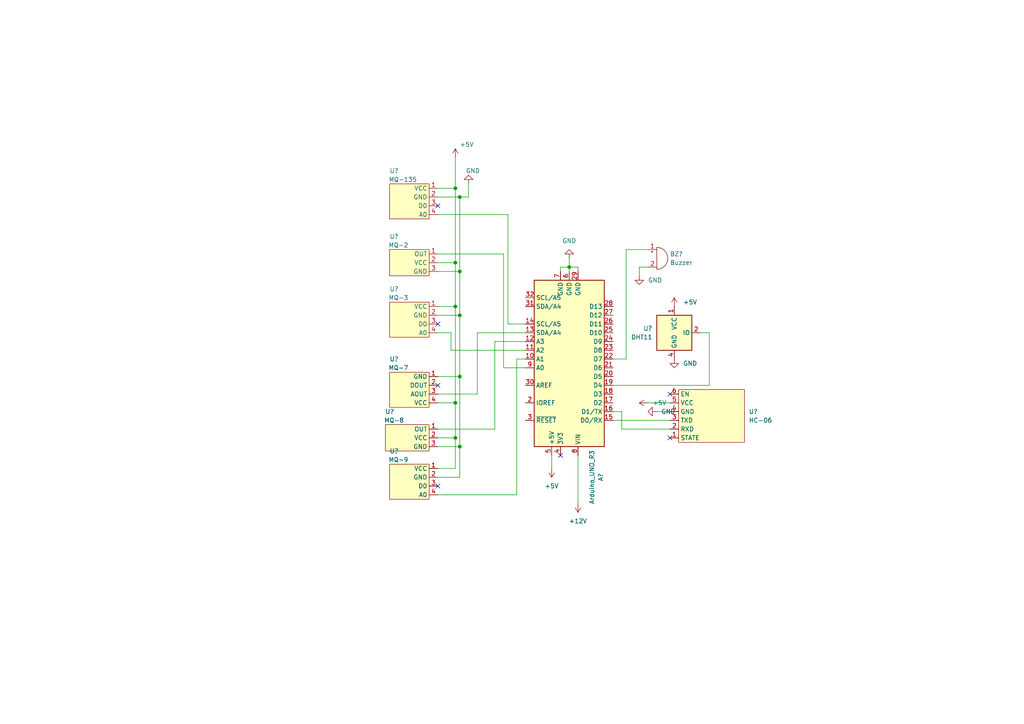
<source format=kicad_sch>
(kicad_sch (version 20211123) (generator eeschema)

  (uuid b4833916-7a3e-4498-86fb-ec6d13262ffe)

  (paper "A4")

  (lib_symbols
    (symbol "60_metra:MQ-135" (in_bom yes) (on_board yes)
      (property "Reference" "U" (id 0) (at 0 0 0)
        (effects (font (size 1.27 1.27)))
      )
      (property "Value" "MQ-135" (id 1) (at 3.81 -2.54 0)
        (effects (font (size 1.27 1.27)))
      )
      (property "Footprint" "" (id 2) (at 0 0 0)
        (effects (font (size 1.27 1.27)) hide)
      )
      (property "Datasheet" "" (id 3) (at 0 0 0)
        (effects (font (size 1.27 1.27)) hide)
      )
      (symbol "MQ-135_0_1"
        (rectangle (start 11.43 -3.81) (end 0 -13.97)
          (stroke (width 0) (type default) (color 0 0 0 0))
          (fill (type background))
        )
      )
      (symbol "MQ-135_1_1"
        (pin power_in line (at 13.97 -5.08 180) (length 2.54)
          (name "VCC" (effects (font (size 1.27 1.27))))
          (number "1" (effects (font (size 1.27 1.27))))
        )
        (pin power_in line (at 13.97 -7.62 180) (length 2.54)
          (name "GND" (effects (font (size 1.27 1.27))))
          (number "2" (effects (font (size 1.27 1.27))))
        )
        (pin power_in line (at 13.97 -10.16 180) (length 2.54)
          (name "D0" (effects (font (size 1.27 1.27))))
          (number "3" (effects (font (size 1.27 1.27))))
        )
        (pin power_in line (at 13.97 -12.7 180) (length 2.54)
          (name "A0" (effects (font (size 1.27 1.27))))
          (number "4" (effects (font (size 1.27 1.27))))
        )
      )
    )
    (symbol "60_metra:MQ-2" (in_bom yes) (on_board yes)
      (property "Reference" "U" (id 0) (at -3.81 0 0)
        (effects (font (size 1.27 1.27)))
      )
      (property "Value" "MQ-2" (id 1) (at -1.27 -2.54 0)
        (effects (font (size 1.27 1.27)))
      )
      (property "Footprint" "" (id 2) (at 0 0 0)
        (effects (font (size 1.27 1.27)) hide)
      )
      (property "Datasheet" "" (id 3) (at 0 0 0)
        (effects (font (size 1.27 1.27)) hide)
      )
      (symbol "MQ-2_0_1"
        (rectangle (start 7.62 -3.81) (end -3.81 -11.43)
          (stroke (width 0) (type default) (color 0 0 0 0))
          (fill (type background))
        )
      )
      (symbol "MQ-2_1_1"
        (pin output line (at 10.16 -5.08 180) (length 2.54)
          (name "OUT" (effects (font (size 1.27 1.27))))
          (number "1" (effects (font (size 1.27 1.27))))
        )
        (pin power_in line (at 10.16 -7.62 180) (length 2.54)
          (name "VCC" (effects (font (size 1.27 1.27))))
          (number "2" (effects (font (size 1.27 1.27))))
        )
        (pin power_in line (at 10.16 -10.16 180) (length 2.54)
          (name "GND" (effects (font (size 1.27 1.27))))
          (number "3" (effects (font (size 1.27 1.27))))
        )
      )
    )
    (symbol "60_metra:MQ-3" (in_bom yes) (on_board yes)
      (property "Reference" "U" (id 0) (at -2.54 -1.27 0)
        (effects (font (size 1.27 1.27)))
      )
      (property "Value" "MQ-3" (id 1) (at 0 -3.81 0)
        (effects (font (size 1.27 1.27)))
      )
      (property "Footprint" "" (id 2) (at 0 0 0)
        (effects (font (size 1.27 1.27)) hide)
      )
      (property "Datasheet" "" (id 3) (at 0 0 0)
        (effects (font (size 1.27 1.27)) hide)
      )
      (symbol "MQ-3_0_1"
        (rectangle (start -2.54 -5.08) (end 8.89 -15.24)
          (stroke (width 0) (type default) (color 0 0 0 0))
          (fill (type background))
        )
      )
      (symbol "MQ-3_1_1"
        (pin power_in line (at 11.43 -6.35 180) (length 2.54)
          (name "VCC" (effects (font (size 1.27 1.27))))
          (number "1" (effects (font (size 1.27 1.27))))
        )
        (pin power_in line (at 11.43 -8.89 180) (length 2.54)
          (name "GND" (effects (font (size 1.27 1.27))))
          (number "2" (effects (font (size 1.27 1.27))))
        )
        (pin output line (at 11.43 -11.43 180) (length 2.54)
          (name "D0" (effects (font (size 1.27 1.27))))
          (number "3" (effects (font (size 1.27 1.27))))
        )
        (pin output line (at 11.43 -13.97 180) (length 2.54)
          (name "A0" (effects (font (size 1.27 1.27))))
          (number "4" (effects (font (size 1.27 1.27))))
        )
      )
    )
    (symbol "60_metra:MQ-7" (in_bom yes) (on_board yes)
      (property "Reference" "U" (id 0) (at -2.54 1.27 0)
        (effects (font (size 1.27 1.27)))
      )
      (property "Value" "MQ-7" (id 1) (at 0 -1.27 0)
        (effects (font (size 1.27 1.27)))
      )
      (property "Footprint" "" (id 2) (at 0 0 0)
        (effects (font (size 1.27 1.27)) hide)
      )
      (property "Datasheet" "" (id 3) (at 0 0 0)
        (effects (font (size 1.27 1.27)) hide)
      )
      (symbol "MQ-7_0_1"
        (rectangle (start -2.54 -2.54) (end 8.89 -12.7)
          (stroke (width 0) (type default) (color 0 0 0 0))
          (fill (type background))
        )
      )
      (symbol "MQ-7_1_1"
        (pin power_in line (at 11.43 -3.81 180) (length 2.54)
          (name "GND" (effects (font (size 1.27 1.27))))
          (number "1" (effects (font (size 1.27 1.27))))
        )
        (pin output line (at 11.43 -6.35 180) (length 2.54)
          (name "DOUT" (effects (font (size 1.27 1.27))))
          (number "2" (effects (font (size 1.27 1.27))))
        )
        (pin output line (at 11.43 -8.89 180) (length 2.54)
          (name "AOUT" (effects (font (size 1.27 1.27))))
          (number "3" (effects (font (size 1.27 1.27))))
        )
        (pin power_in line (at 11.43 -11.43 180) (length 2.54)
          (name "VCC" (effects (font (size 1.27 1.27))))
          (number "4" (effects (font (size 1.27 1.27))))
        )
      )
    )
    (symbol "60_metra:MQ-8" (in_bom yes) (on_board yes)
      (property "Reference" "U" (id 0) (at 0 -1.27 0)
        (effects (font (size 1.27 1.27)))
      )
      (property "Value" "MQ-8" (id 1) (at 2.54 -3.81 0)
        (effects (font (size 1.27 1.27)))
      )
      (property "Footprint" "" (id 2) (at 0 0 0)
        (effects (font (size 1.27 1.27)) hide)
      )
      (property "Datasheet" "" (id 3) (at 0 0 0)
        (effects (font (size 1.27 1.27)) hide)
      )
      (symbol "MQ-8_0_1"
        (rectangle (start 0 -5.08) (end 12.7 -12.7)
          (stroke (width 0) (type default) (color 0 0 0 0))
          (fill (type background))
        )
        (rectangle (start 0 -3.81) (end 0 -3.81)
          (stroke (width 0) (type default) (color 0 0 0 0))
          (fill (type none))
        )
      )
      (symbol "MQ-8_1_1"
        (pin output line (at 15.24 -6.35 180) (length 2.54)
          (name "OUT" (effects (font (size 1.27 1.27))))
          (number "1" (effects (font (size 1.27 1.27))))
        )
        (pin power_in line (at 15.24 -8.89 180) (length 2.54)
          (name "VCC" (effects (font (size 1.27 1.27))))
          (number "2" (effects (font (size 1.27 1.27))))
        )
        (pin power_in line (at 15.24 -11.43 180) (length 2.54)
          (name "GND" (effects (font (size 1.27 1.27))))
          (number "3" (effects (font (size 1.27 1.27))))
        )
      )
    )
    (symbol "60_metra:MQ-9" (in_bom yes) (on_board yes)
      (property "Reference" "U" (id 0) (at -1.27 11.43 0)
        (effects (font (size 1.27 1.27)))
      )
      (property "Value" "MQ-9" (id 1) (at 1.27 8.89 0)
        (effects (font (size 1.27 1.27)))
      )
      (property "Footprint" "" (id 2) (at 5.08 6.35 0)
        (effects (font (size 1.27 1.27)) hide)
      )
      (property "Datasheet" "" (id 3) (at 5.08 6.35 0)
        (effects (font (size 1.27 1.27)) hide)
      )
      (symbol "MQ-9_0_1"
        (rectangle (start -1.27 7.62) (end 10.16 -2.54)
          (stroke (width 0) (type default) (color 0 0 0 0))
          (fill (type background))
        )
      )
      (symbol "MQ-9_1_1"
        (pin power_in line (at 12.7 6.35 180) (length 2.54)
          (name "VCC" (effects (font (size 1.27 1.27))))
          (number "1" (effects (font (size 1.27 1.27))))
        )
        (pin power_in line (at 12.7 3.81 180) (length 2.54)
          (name "GND" (effects (font (size 1.27 1.27))))
          (number "2" (effects (font (size 1.27 1.27))))
        )
        (pin output line (at 12.7 1.27 180) (length 2.54)
          (name "D0" (effects (font (size 1.27 1.27))))
          (number "3" (effects (font (size 1.27 1.27))))
        )
        (pin output line (at 12.7 -1.27 180) (length 2.54)
          (name "A0" (effects (font (size 1.27 1.27))))
          (number "4" (effects (font (size 1.27 1.27))))
        )
      )
    )
    (symbol "Device:Buzzer" (pin_names (offset 0.0254) hide) (in_bom yes) (on_board yes)
      (property "Reference" "BZ" (id 0) (at 3.81 1.27 0)
        (effects (font (size 1.27 1.27)) (justify left))
      )
      (property "Value" "Buzzer" (id 1) (at 3.81 -1.27 0)
        (effects (font (size 1.27 1.27)) (justify left))
      )
      (property "Footprint" "" (id 2) (at -0.635 2.54 90)
        (effects (font (size 1.27 1.27)) hide)
      )
      (property "Datasheet" "~" (id 3) (at -0.635 2.54 90)
        (effects (font (size 1.27 1.27)) hide)
      )
      (property "ki_keywords" "quartz resonator ceramic" (id 4) (at 0 0 0)
        (effects (font (size 1.27 1.27)) hide)
      )
      (property "ki_description" "Buzzer, polarized" (id 5) (at 0 0 0)
        (effects (font (size 1.27 1.27)) hide)
      )
      (property "ki_fp_filters" "*Buzzer*" (id 6) (at 0 0 0)
        (effects (font (size 1.27 1.27)) hide)
      )
      (symbol "Buzzer_0_1"
        (arc (start 0 -3.175) (mid 3.175 0) (end 0 3.175)
          (stroke (width 0) (type default) (color 0 0 0 0))
          (fill (type none))
        )
        (polyline
          (pts
            (xy -1.651 1.905)
            (xy -1.143 1.905)
          )
          (stroke (width 0) (type default) (color 0 0 0 0))
          (fill (type none))
        )
        (polyline
          (pts
            (xy -1.397 2.159)
            (xy -1.397 1.651)
          )
          (stroke (width 0) (type default) (color 0 0 0 0))
          (fill (type none))
        )
        (polyline
          (pts
            (xy 0 3.175)
            (xy 0 -3.175)
          )
          (stroke (width 0) (type default) (color 0 0 0 0))
          (fill (type none))
        )
      )
      (symbol "Buzzer_1_1"
        (pin passive line (at -2.54 2.54 0) (length 2.54)
          (name "-" (effects (font (size 1.27 1.27))))
          (number "1" (effects (font (size 1.27 1.27))))
        )
        (pin passive line (at -2.54 -2.54 0) (length 2.54)
          (name "+" (effects (font (size 1.27 1.27))))
          (number "2" (effects (font (size 1.27 1.27))))
        )
      )
    )
    (symbol "HC-06_1" (in_bom yes) (on_board yes)
      (property "Reference" "U" (id 0) (at -1.27 -7.62 0)
        (effects (font (size 1.27 1.27)))
      )
      (property "Value" "HC-06_1" (id 1) (at 1.27 -10.16 0)
        (effects (font (size 1.27 1.27)))
      )
      (property "Footprint" "" (id 2) (at 0 0 0)
        (effects (font (size 1.27 1.27)) hide)
      )
      (property "Datasheet" "" (id 3) (at 0 0 0)
        (effects (font (size 1.27 1.27)) hide)
      )
      (symbol "HC-06_1_0_1"
        (rectangle (start -2.54 -11.43) (end 12.7 -30.48)
          (stroke (width 0) (type default) (color 0 0 0 0))
          (fill (type background))
        )
      )
      (symbol "HC-06_1_1_1"
        (pin output line (at 11.43 -33.02 90) (length 2.54)
          (name "STATE" (effects (font (size 1.27 1.27))))
          (number "1" (effects (font (size 1.27 1.27))))
        )
        (pin input line (at 8.89 -33.02 90) (length 2.54)
          (name "RXD" (effects (font (size 1.27 1.27))))
          (number "2" (effects (font (size 1.27 1.27))))
        )
        (pin output line (at 6.35 -33.02 90) (length 2.54)
          (name "TXD" (effects (font (size 1.27 1.27))))
          (number "3" (effects (font (size 1.27 1.27))))
        )
        (pin power_in line (at 3.81 -33.02 90) (length 2.54)
          (name "GND" (effects (font (size 1.27 1.27))))
          (number "4" (effects (font (size 1.27 1.27))))
        )
        (pin power_in line (at 1.27 -33.02 90) (length 2.54)
          (name "VCC" (effects (font (size 1.27 1.27))))
          (number "5" (effects (font (size 1.27 1.27))))
        )
        (pin input line (at -1.27 -33.02 90) (length 2.54)
          (name "EN" (effects (font (size 1.27 1.27))))
          (number "6" (effects (font (size 1.27 1.27))))
        )
      )
    )
    (symbol "MCU_Module:Arduino_UNO_R3" (in_bom yes) (on_board yes)
      (property "Reference" "A" (id 0) (at -10.16 23.495 0)
        (effects (font (size 1.27 1.27)) (justify left bottom))
      )
      (property "Value" "Arduino_UNO_R3" (id 1) (at 5.08 -26.67 0)
        (effects (font (size 1.27 1.27)) (justify left top))
      )
      (property "Footprint" "Module:Arduino_UNO_R3" (id 2) (at 0 0 0)
        (effects (font (size 1.27 1.27) italic) hide)
      )
      (property "Datasheet" "https://www.arduino.cc/en/Main/arduinoBoardUno" (id 3) (at 0 0 0)
        (effects (font (size 1.27 1.27)) hide)
      )
      (property "ki_keywords" "Arduino UNO R3 Microcontroller Module Atmel AVR USB" (id 4) (at 0 0 0)
        (effects (font (size 1.27 1.27)) hide)
      )
      (property "ki_description" "Arduino UNO Microcontroller Module, release 3" (id 5) (at 0 0 0)
        (effects (font (size 1.27 1.27)) hide)
      )
      (property "ki_fp_filters" "Arduino*UNO*R3*" (id 6) (at 0 0 0)
        (effects (font (size 1.27 1.27)) hide)
      )
      (symbol "Arduino_UNO_R3_0_1"
        (rectangle (start -10.16 22.86) (end 10.16 -25.4)
          (stroke (width 0.254) (type default) (color 0 0 0 0))
          (fill (type background))
        )
      )
      (symbol "Arduino_UNO_R3_1_1"
        (pin no_connect line (at -10.16 -20.32 0) (length 2.54) hide
          (name "NC" (effects (font (size 1.27 1.27))))
          (number "1" (effects (font (size 1.27 1.27))))
        )
        (pin bidirectional line (at 12.7 -2.54 180) (length 2.54)
          (name "A1" (effects (font (size 1.27 1.27))))
          (number "10" (effects (font (size 1.27 1.27))))
        )
        (pin bidirectional line (at 12.7 -5.08 180) (length 2.54)
          (name "A2" (effects (font (size 1.27 1.27))))
          (number "11" (effects (font (size 1.27 1.27))))
        )
        (pin bidirectional line (at 12.7 -7.62 180) (length 2.54)
          (name "A3" (effects (font (size 1.27 1.27))))
          (number "12" (effects (font (size 1.27 1.27))))
        )
        (pin bidirectional line (at 12.7 -10.16 180) (length 2.54)
          (name "SDA/A4" (effects (font (size 1.27 1.27))))
          (number "13" (effects (font (size 1.27 1.27))))
        )
        (pin bidirectional line (at 12.7 -12.7 180) (length 2.54)
          (name "SCL/A5" (effects (font (size 1.27 1.27))))
          (number "14" (effects (font (size 1.27 1.27))))
        )
        (pin bidirectional line (at -12.7 15.24 0) (length 2.54)
          (name "D0/RX" (effects (font (size 1.27 1.27))))
          (number "15" (effects (font (size 1.27 1.27))))
        )
        (pin bidirectional line (at -12.7 12.7 0) (length 2.54)
          (name "D1/TX" (effects (font (size 1.27 1.27))))
          (number "16" (effects (font (size 1.27 1.27))))
        )
        (pin bidirectional line (at -12.7 10.16 0) (length 2.54)
          (name "D2" (effects (font (size 1.27 1.27))))
          (number "17" (effects (font (size 1.27 1.27))))
        )
        (pin bidirectional line (at -12.7 7.62 0) (length 2.54)
          (name "D3" (effects (font (size 1.27 1.27))))
          (number "18" (effects (font (size 1.27 1.27))))
        )
        (pin bidirectional line (at -12.7 5.08 0) (length 2.54)
          (name "D4" (effects (font (size 1.27 1.27))))
          (number "19" (effects (font (size 1.27 1.27))))
        )
        (pin output line (at 12.7 10.16 180) (length 2.54)
          (name "IOREF" (effects (font (size 1.27 1.27))))
          (number "2" (effects (font (size 1.27 1.27))))
        )
        (pin bidirectional line (at -12.7 2.54 0) (length 2.54)
          (name "D5" (effects (font (size 1.27 1.27))))
          (number "20" (effects (font (size 1.27 1.27))))
        )
        (pin bidirectional line (at -12.7 0 0) (length 2.54)
          (name "D6" (effects (font (size 1.27 1.27))))
          (number "21" (effects (font (size 1.27 1.27))))
        )
        (pin bidirectional line (at -12.7 -2.54 0) (length 2.54)
          (name "D7" (effects (font (size 1.27 1.27))))
          (number "22" (effects (font (size 1.27 1.27))))
        )
        (pin bidirectional line (at -12.7 -5.08 0) (length 2.54)
          (name "D8" (effects (font (size 1.27 1.27))))
          (number "23" (effects (font (size 1.27 1.27))))
        )
        (pin bidirectional line (at -12.7 -7.62 0) (length 2.54)
          (name "D9" (effects (font (size 1.27 1.27))))
          (number "24" (effects (font (size 1.27 1.27))))
        )
        (pin bidirectional line (at -12.7 -10.16 0) (length 2.54)
          (name "D10" (effects (font (size 1.27 1.27))))
          (number "25" (effects (font (size 1.27 1.27))))
        )
        (pin bidirectional line (at -12.7 -12.7 0) (length 2.54)
          (name "D11" (effects (font (size 1.27 1.27))))
          (number "26" (effects (font (size 1.27 1.27))))
        )
        (pin bidirectional line (at -12.7 -15.24 0) (length 2.54)
          (name "D12" (effects (font (size 1.27 1.27))))
          (number "27" (effects (font (size 1.27 1.27))))
        )
        (pin bidirectional line (at -12.7 -17.78 0) (length 2.54)
          (name "D13" (effects (font (size 1.27 1.27))))
          (number "28" (effects (font (size 1.27 1.27))))
        )
        (pin power_in line (at -2.54 -27.94 90) (length 2.54)
          (name "GND" (effects (font (size 1.27 1.27))))
          (number "29" (effects (font (size 1.27 1.27))))
        )
        (pin input line (at 12.7 15.24 180) (length 2.54)
          (name "~{RESET}" (effects (font (size 1.27 1.27))))
          (number "3" (effects (font (size 1.27 1.27))))
        )
        (pin input line (at 12.7 5.08 180) (length 2.54)
          (name "AREF" (effects (font (size 1.27 1.27))))
          (number "30" (effects (font (size 1.27 1.27))))
        )
        (pin bidirectional line (at 12.7 -17.78 180) (length 2.54)
          (name "SDA/A4" (effects (font (size 1.27 1.27))))
          (number "31" (effects (font (size 1.27 1.27))))
        )
        (pin bidirectional line (at 12.7 -20.32 180) (length 2.54)
          (name "SCL/A5" (effects (font (size 1.27 1.27))))
          (number "32" (effects (font (size 1.27 1.27))))
        )
        (pin power_out line (at 2.54 25.4 270) (length 2.54)
          (name "3V3" (effects (font (size 1.27 1.27))))
          (number "4" (effects (font (size 1.27 1.27))))
        )
        (pin power_out line (at 5.08 25.4 270) (length 2.54)
          (name "+5V" (effects (font (size 1.27 1.27))))
          (number "5" (effects (font (size 1.27 1.27))))
        )
        (pin power_in line (at 0 -27.94 90) (length 2.54)
          (name "GND" (effects (font (size 1.27 1.27))))
          (number "6" (effects (font (size 1.27 1.27))))
        )
        (pin power_in line (at 2.54 -27.94 90) (length 2.54)
          (name "GND" (effects (font (size 1.27 1.27))))
          (number "7" (effects (font (size 1.27 1.27))))
        )
        (pin power_in line (at -2.54 25.4 270) (length 2.54)
          (name "VIN" (effects (font (size 1.27 1.27))))
          (number "8" (effects (font (size 1.27 1.27))))
        )
        (pin bidirectional line (at 12.7 0 180) (length 2.54)
          (name "A0" (effects (font (size 1.27 1.27))))
          (number "9" (effects (font (size 1.27 1.27))))
        )
      )
    )
    (symbol "Sensor:DHT11" (in_bom yes) (on_board yes)
      (property "Reference" "U" (id 0) (at -3.81 6.35 0)
        (effects (font (size 1.27 1.27)))
      )
      (property "Value" "DHT11" (id 1) (at 3.81 6.35 0)
        (effects (font (size 1.27 1.27)))
      )
      (property "Footprint" "Sensor:Aosong_DHT11_5.5x12.0_P2.54mm" (id 2) (at 0 -10.16 0)
        (effects (font (size 1.27 1.27)) hide)
      )
      (property "Datasheet" "http://akizukidenshi.com/download/ds/aosong/DHT11.pdf" (id 3) (at 3.81 6.35 0)
        (effects (font (size 1.27 1.27)) hide)
      )
      (property "ki_keywords" "Digital temperature humidity sensor" (id 4) (at 0 0 0)
        (effects (font (size 1.27 1.27)) hide)
      )
      (property "ki_description" "Temperature and humidity module" (id 5) (at 0 0 0)
        (effects (font (size 1.27 1.27)) hide)
      )
      (property "ki_fp_filters" "Aosong*DHT11*5.5x12.0*P2.54mm*" (id 6) (at 0 0 0)
        (effects (font (size 1.27 1.27)) hide)
      )
      (symbol "DHT11_0_1"
        (rectangle (start -5.08 5.08) (end 5.08 -5.08)
          (stroke (width 0.254) (type default) (color 0 0 0 0))
          (fill (type background))
        )
      )
      (symbol "DHT11_1_1"
        (pin power_in line (at 0 7.62 270) (length 2.54)
          (name "VCC" (effects (font (size 1.27 1.27))))
          (number "1" (effects (font (size 1.27 1.27))))
        )
        (pin bidirectional line (at 7.62 0 180) (length 2.54)
          (name "IO" (effects (font (size 1.27 1.27))))
          (number "2" (effects (font (size 1.27 1.27))))
        )
        (pin no_connect line (at -5.08 0 0) (length 2.54) hide
          (name "NC" (effects (font (size 1.27 1.27))))
          (number "3" (effects (font (size 1.27 1.27))))
        )
        (pin power_in line (at 0 -7.62 90) (length 2.54)
          (name "GND" (effects (font (size 1.27 1.27))))
          (number "4" (effects (font (size 1.27 1.27))))
        )
      )
    )
    (symbol "power:+12V" (power) (pin_names (offset 0)) (in_bom yes) (on_board yes)
      (property "Reference" "#PWR" (id 0) (at 0 -3.81 0)
        (effects (font (size 1.27 1.27)) hide)
      )
      (property "Value" "+12V" (id 1) (at 0 3.556 0)
        (effects (font (size 1.27 1.27)))
      )
      (property "Footprint" "" (id 2) (at 0 0 0)
        (effects (font (size 1.27 1.27)) hide)
      )
      (property "Datasheet" "" (id 3) (at 0 0 0)
        (effects (font (size 1.27 1.27)) hide)
      )
      (property "ki_keywords" "power-flag" (id 4) (at 0 0 0)
        (effects (font (size 1.27 1.27)) hide)
      )
      (property "ki_description" "Power symbol creates a global label with name \"+12V\"" (id 5) (at 0 0 0)
        (effects (font (size 1.27 1.27)) hide)
      )
      (symbol "+12V_0_1"
        (polyline
          (pts
            (xy -0.762 1.27)
            (xy 0 2.54)
          )
          (stroke (width 0) (type default) (color 0 0 0 0))
          (fill (type none))
        )
        (polyline
          (pts
            (xy 0 0)
            (xy 0 2.54)
          )
          (stroke (width 0) (type default) (color 0 0 0 0))
          (fill (type none))
        )
        (polyline
          (pts
            (xy 0 2.54)
            (xy 0.762 1.27)
          )
          (stroke (width 0) (type default) (color 0 0 0 0))
          (fill (type none))
        )
      )
      (symbol "+12V_1_1"
        (pin power_in line (at 0 0 90) (length 0) hide
          (name "+12V" (effects (font (size 1.27 1.27))))
          (number "1" (effects (font (size 1.27 1.27))))
        )
      )
    )
    (symbol "power:+5V" (power) (pin_names (offset 0)) (in_bom yes) (on_board yes)
      (property "Reference" "#PWR" (id 0) (at 0 -3.81 0)
        (effects (font (size 1.27 1.27)) hide)
      )
      (property "Value" "+5V" (id 1) (at 0 3.556 0)
        (effects (font (size 1.27 1.27)))
      )
      (property "Footprint" "" (id 2) (at 0 0 0)
        (effects (font (size 1.27 1.27)) hide)
      )
      (property "Datasheet" "" (id 3) (at 0 0 0)
        (effects (font (size 1.27 1.27)) hide)
      )
      (property "ki_keywords" "power-flag" (id 4) (at 0 0 0)
        (effects (font (size 1.27 1.27)) hide)
      )
      (property "ki_description" "Power symbol creates a global label with name \"+5V\"" (id 5) (at 0 0 0)
        (effects (font (size 1.27 1.27)) hide)
      )
      (symbol "+5V_0_1"
        (polyline
          (pts
            (xy -0.762 1.27)
            (xy 0 2.54)
          )
          (stroke (width 0) (type default) (color 0 0 0 0))
          (fill (type none))
        )
        (polyline
          (pts
            (xy 0 0)
            (xy 0 2.54)
          )
          (stroke (width 0) (type default) (color 0 0 0 0))
          (fill (type none))
        )
        (polyline
          (pts
            (xy 0 2.54)
            (xy 0.762 1.27)
          )
          (stroke (width 0) (type default) (color 0 0 0 0))
          (fill (type none))
        )
      )
      (symbol "+5V_1_1"
        (pin power_in line (at 0 0 90) (length 0) hide
          (name "+5V" (effects (font (size 1.27 1.27))))
          (number "1" (effects (font (size 1.27 1.27))))
        )
      )
    )
    (symbol "power:GND" (power) (pin_names (offset 0)) (in_bom yes) (on_board yes)
      (property "Reference" "#PWR" (id 0) (at 0 -6.35 0)
        (effects (font (size 1.27 1.27)) hide)
      )
      (property "Value" "GND" (id 1) (at 0 -3.81 0)
        (effects (font (size 1.27 1.27)))
      )
      (property "Footprint" "" (id 2) (at 0 0 0)
        (effects (font (size 1.27 1.27)) hide)
      )
      (property "Datasheet" "" (id 3) (at 0 0 0)
        (effects (font (size 1.27 1.27)) hide)
      )
      (property "ki_keywords" "power-flag" (id 4) (at 0 0 0)
        (effects (font (size 1.27 1.27)) hide)
      )
      (property "ki_description" "Power symbol creates a global label with name \"GND\" , ground" (id 5) (at 0 0 0)
        (effects (font (size 1.27 1.27)) hide)
      )
      (symbol "GND_0_1"
        (polyline
          (pts
            (xy 0 0)
            (xy 0 -1.27)
            (xy 1.27 -1.27)
            (xy 0 -2.54)
            (xy -1.27 -1.27)
            (xy 0 -1.27)
          )
          (stroke (width 0) (type default) (color 0 0 0 0))
          (fill (type none))
        )
      )
      (symbol "GND_1_1"
        (pin power_in line (at 0 0 270) (length 0) hide
          (name "GND" (effects (font (size 1.27 1.27))))
          (number "1" (effects (font (size 1.27 1.27))))
        )
      )
    )
  )

  (junction (at 132.08 76.2) (diameter 0) (color 0 0 0 0)
    (uuid 1e01b4d9-a989-409c-94fd-57d5171ccf78)
  )
  (junction (at 132.08 127) (diameter 0) (color 0 0 0 0)
    (uuid 212f5c7e-fb2d-48c4-bbc6-5c9fe132929b)
  )
  (junction (at 133.35 91.44) (diameter 0) (color 0 0 0 0)
    (uuid 38016615-dfaa-49cc-a001-a4aed10b3f54)
  )
  (junction (at 165.1 77.47) (diameter 0) (color 0 0 0 0)
    (uuid 422e1049-7077-4549-aa46-f12fd34ceebc)
  )
  (junction (at 133.35 78.74) (diameter 0) (color 0 0 0 0)
    (uuid 4bdf43bf-cab2-428d-a5b8-6f94d2da2357)
  )
  (junction (at 132.08 54.61) (diameter 0) (color 0 0 0 0)
    (uuid 4f5bdae5-5b18-462b-8cb9-be9ebd3f00a5)
  )
  (junction (at 132.08 116.84) (diameter 0) (color 0 0 0 0)
    (uuid 77b3ff52-fb8e-48f9-8fea-29f3a9b6548e)
  )
  (junction (at 133.35 129.54) (diameter 0) (color 0 0 0 0)
    (uuid 83a1e291-cc5a-48e8-adc1-fc29381f172c)
  )
  (junction (at 132.08 88.9) (diameter 0) (color 0 0 0 0)
    (uuid cc491dd0-75d7-453b-8180-488286eddce3)
  )
  (junction (at 133.35 57.15) (diameter 0) (color 0 0 0 0)
    (uuid e5d02b8f-b476-4f9c-839f-a225ab912820)
  )
  (junction (at 133.35 109.22) (diameter 0) (color 0 0 0 0)
    (uuid f68130d5-e0d8-46db-bc1f-886e342bfab9)
  )

  (no_connect (at 194.31 127) (uuid 08c2b65e-037e-4d61-8cf4-08aaa80ea39f))
  (no_connect (at 194.31 114.3) (uuid 54b319dc-e604-4e72-8a31-d2a6b069daf2))
  (no_connect (at 127 93.98) (uuid 6ddd5b77-28d1-4c50-af9a-c85c0dbd7101))
  (no_connect (at 162.56 132.08) (uuid 82eb067f-8d63-42ce-87bb-66c34dfc5d30))
  (no_connect (at 127 111.76) (uuid 86a2cd77-a2c0-4ac7-abcc-c94464271a39))
  (no_connect (at 127 140.97) (uuid badab2a9-c7ce-4f95-90e8-83368792244e))
  (no_connect (at 127 59.69) (uuid f3ed6b05-c44f-4a57-837e-a6bc9769f052))

  (wire (pts (xy 181.61 104.14) (xy 177.8 104.14))
    (stroke (width 0) (type default) (color 0 0 0 0))
    (uuid 017cef29-e197-43df-be65-97180ab925aa)
  )
  (wire (pts (xy 127 62.23) (xy 147.32 62.23))
    (stroke (width 0) (type default) (color 0 0 0 0))
    (uuid 0392df2f-b1af-48ff-aa24-2cc5cb8498b9)
  )
  (wire (pts (xy 132.08 88.9) (xy 132.08 76.2))
    (stroke (width 0) (type default) (color 0 0 0 0))
    (uuid 05e6183d-d456-43ff-bf6e-87ef1d036d7f)
  )
  (wire (pts (xy 181.61 72.39) (xy 181.61 104.14))
    (stroke (width 0) (type default) (color 0 0 0 0))
    (uuid 06643fef-5d4d-471a-89ce-b46fe6826133)
  )
  (wire (pts (xy 127 57.15) (xy 133.35 57.15))
    (stroke (width 0) (type default) (color 0 0 0 0))
    (uuid 0688461b-d18c-4019-bb13-316d61fd12ef)
  )
  (wire (pts (xy 180.34 124.46) (xy 180.34 119.38))
    (stroke (width 0) (type default) (color 0 0 0 0))
    (uuid 09efaa0a-c870-45b2-824b-67b6d4c194fb)
  )
  (wire (pts (xy 127 127) (xy 132.08 127))
    (stroke (width 0) (type default) (color 0 0 0 0))
    (uuid 13b7a14e-2d2d-4bdf-936a-44d632c72aa6)
  )
  (wire (pts (xy 127 91.44) (xy 133.35 91.44))
    (stroke (width 0) (type default) (color 0 0 0 0))
    (uuid 158cecf3-da10-4651-a9f4-59e64c526e55)
  )
  (wire (pts (xy 143.51 99.06) (xy 152.4 99.06))
    (stroke (width 0) (type default) (color 0 0 0 0))
    (uuid 1d33d464-f976-466d-ad23-277bc5ce2d29)
  )
  (wire (pts (xy 132.08 127) (xy 132.08 116.84))
    (stroke (width 0) (type default) (color 0 0 0 0))
    (uuid 1e4e61e0-c921-41a9-adbb-1779a262a895)
  )
  (wire (pts (xy 149.86 143.51) (xy 149.86 104.14))
    (stroke (width 0) (type default) (color 0 0 0 0))
    (uuid 2004ae82-9d06-4f4f-b200-82e7f3ca9479)
  )
  (wire (pts (xy 167.64 78.74) (xy 167.64 77.47))
    (stroke (width 0) (type default) (color 0 0 0 0))
    (uuid 21aaf5ca-8c2e-44f9-9590-dcc7b868773c)
  )
  (wire (pts (xy 185.42 77.47) (xy 185.42 80.01))
    (stroke (width 0) (type default) (color 0 0 0 0))
    (uuid 24fe0047-b2fd-4b51-957b-800fb87a22ac)
  )
  (wire (pts (xy 135.89 53.34) (xy 135.89 57.15))
    (stroke (width 0) (type default) (color 0 0 0 0))
    (uuid 2eace2c4-c5ae-4cdc-9f4a-73b716a4fbf3)
  )
  (wire (pts (xy 130.81 96.52) (xy 127 96.52))
    (stroke (width 0) (type default) (color 0 0 0 0))
    (uuid 33cc24de-e58b-4b88-85fc-af6211bc48b8)
  )
  (wire (pts (xy 135.89 57.15) (xy 133.35 57.15))
    (stroke (width 0) (type default) (color 0 0 0 0))
    (uuid 3e6b4221-3fb9-4eba-84c3-482a1738d2f8)
  )
  (wire (pts (xy 165.1 77.47) (xy 165.1 74.93))
    (stroke (width 0) (type default) (color 0 0 0 0))
    (uuid 425c3c7d-4ecf-4ffc-8cb8-dab3aabbb33e)
  )
  (wire (pts (xy 177.8 121.92) (xy 194.31 121.92))
    (stroke (width 0) (type default) (color 0 0 0 0))
    (uuid 48ebfbac-0a82-45ea-8d3f-2567180cee4e)
  )
  (wire (pts (xy 133.35 78.74) (xy 133.35 91.44))
    (stroke (width 0) (type default) (color 0 0 0 0))
    (uuid 4c0f9d83-97ac-4cc2-9176-b94ace45f61e)
  )
  (wire (pts (xy 138.43 96.52) (xy 152.4 96.52))
    (stroke (width 0) (type default) (color 0 0 0 0))
    (uuid 50c66e33-b92c-4d88-909f-586fab7f567e)
  )
  (wire (pts (xy 127 135.89) (xy 132.08 135.89))
    (stroke (width 0) (type default) (color 0 0 0 0))
    (uuid 5682ea8a-ed71-45e8-9f5f-b59701195ba8)
  )
  (wire (pts (xy 132.08 135.89) (xy 132.08 127))
    (stroke (width 0) (type default) (color 0 0 0 0))
    (uuid 57af834f-420a-4e8e-9296-ec2e88836249)
  )
  (wire (pts (xy 132.08 116.84) (xy 132.08 88.9))
    (stroke (width 0) (type default) (color 0 0 0 0))
    (uuid 5910a5fe-02d2-43c3-8275-719282a4fba5)
  )
  (wire (pts (xy 130.81 101.6) (xy 130.81 96.52))
    (stroke (width 0) (type default) (color 0 0 0 0))
    (uuid 5af682ac-3b7a-4eff-8b56-4c118c339564)
  )
  (wire (pts (xy 127 129.54) (xy 133.35 129.54))
    (stroke (width 0) (type default) (color 0 0 0 0))
    (uuid 5bbbb1dc-6779-4306-9e1e-957b8f0f7766)
  )
  (wire (pts (xy 152.4 101.6) (xy 130.81 101.6))
    (stroke (width 0) (type default) (color 0 0 0 0))
    (uuid 627b7ef8-71a0-42c3-81b4-d6ac98375b74)
  )
  (wire (pts (xy 127 88.9) (xy 132.08 88.9))
    (stroke (width 0) (type default) (color 0 0 0 0))
    (uuid 6317cffc-d5b9-4998-90bc-ffba0fe0b02b)
  )
  (wire (pts (xy 205.74 111.76) (xy 177.8 111.76))
    (stroke (width 0) (type default) (color 0 0 0 0))
    (uuid 669a94f4-f74f-4b9a-be89-4931455050bd)
  )
  (wire (pts (xy 138.43 96.52) (xy 138.43 114.3))
    (stroke (width 0) (type default) (color 0 0 0 0))
    (uuid 6ae4cbaf-b730-4830-ad98-82d88907572c)
  )
  (wire (pts (xy 165.1 77.47) (xy 165.1 78.74))
    (stroke (width 0) (type default) (color 0 0 0 0))
    (uuid 6cbf5cac-4447-49ea-a834-b115aec65ac7)
  )
  (wire (pts (xy 160.02 132.08) (xy 160.02 135.89))
    (stroke (width 0) (type default) (color 0 0 0 0))
    (uuid 6d431e54-3756-4071-aaf5-f0fab26ec372)
  )
  (wire (pts (xy 194.31 116.84) (xy 187.96 116.84))
    (stroke (width 0) (type default) (color 0 0 0 0))
    (uuid 7c716547-787d-4f92-8373-f1bc2d90fd3a)
  )
  (wire (pts (xy 180.34 119.38) (xy 177.8 119.38))
    (stroke (width 0) (type default) (color 0 0 0 0))
    (uuid 7caee81b-768b-4490-91a9-97c0fa56e807)
  )
  (wire (pts (xy 146.05 106.68) (xy 152.4 106.68))
    (stroke (width 0) (type default) (color 0 0 0 0))
    (uuid 8229f429-85c1-4377-b860-ba8522b98fed)
  )
  (wire (pts (xy 127 78.74) (xy 133.35 78.74))
    (stroke (width 0) (type default) (color 0 0 0 0))
    (uuid 8231426a-b89e-470a-9aca-6b08f9ceb35f)
  )
  (wire (pts (xy 190.5 119.38) (xy 194.31 119.38))
    (stroke (width 0) (type default) (color 0 0 0 0))
    (uuid 834f7bf8-7fcd-41f8-9956-aacccb95546c)
  )
  (wire (pts (xy 147.32 62.23) (xy 147.32 93.98))
    (stroke (width 0) (type default) (color 0 0 0 0))
    (uuid 86915ed6-ec29-4952-8c3f-87e8b2adac8a)
  )
  (wire (pts (xy 203.2 96.52) (xy 205.74 96.52))
    (stroke (width 0) (type default) (color 0 0 0 0))
    (uuid 87b15c32-c498-470f-bc4a-f70a3aa4c959)
  )
  (wire (pts (xy 162.56 78.74) (xy 162.56 77.47))
    (stroke (width 0) (type default) (color 0 0 0 0))
    (uuid 8a26dc3e-6d06-41b8-a7a1-2ac877255ec3)
  )
  (wire (pts (xy 127 114.3) (xy 138.43 114.3))
    (stroke (width 0) (type default) (color 0 0 0 0))
    (uuid 8ab9ad41-4cd3-4b74-a8d6-e051f562103e)
  )
  (wire (pts (xy 127 54.61) (xy 132.08 54.61))
    (stroke (width 0) (type default) (color 0 0 0 0))
    (uuid 8b721c8e-d975-43dc-b5fe-1f51b5e71672)
  )
  (wire (pts (xy 143.51 124.46) (xy 143.51 99.06))
    (stroke (width 0) (type default) (color 0 0 0 0))
    (uuid 8f571a38-348d-4624-b9e3-f934e277f424)
  )
  (wire (pts (xy 167.64 132.08) (xy 167.64 146.05))
    (stroke (width 0) (type default) (color 0 0 0 0))
    (uuid 9e43ad0f-1b0c-4efa-87e0-d5ec4efd2345)
  )
  (wire (pts (xy 187.96 77.47) (xy 185.42 77.47))
    (stroke (width 0) (type default) (color 0 0 0 0))
    (uuid a54f6647-9ee8-4141-a6d6-0460d0c46b61)
  )
  (wire (pts (xy 133.35 91.44) (xy 133.35 109.22))
    (stroke (width 0) (type default) (color 0 0 0 0))
    (uuid a8f8d682-2cb5-4c7f-86a4-4a97c9c39ca7)
  )
  (wire (pts (xy 127 143.51) (xy 149.86 143.51))
    (stroke (width 0) (type default) (color 0 0 0 0))
    (uuid ae0abd77-14f4-4026-9566-a15730b24dec)
  )
  (wire (pts (xy 133.35 138.43) (xy 133.35 129.54))
    (stroke (width 0) (type default) (color 0 0 0 0))
    (uuid b3fbfeb5-bb35-4e91-b146-7a854c701aaf)
  )
  (wire (pts (xy 187.96 72.39) (xy 181.61 72.39))
    (stroke (width 0) (type default) (color 0 0 0 0))
    (uuid b4952e15-703a-467c-88b0-8201b9a3bfbf)
  )
  (wire (pts (xy 132.08 54.61) (xy 132.08 76.2))
    (stroke (width 0) (type default) (color 0 0 0 0))
    (uuid bb5f039b-1bbc-454c-8f35-2e895d01ec15)
  )
  (wire (pts (xy 133.35 109.22) (xy 133.35 129.54))
    (stroke (width 0) (type default) (color 0 0 0 0))
    (uuid c5bcbb39-d9db-4c75-bc10-8a41106b1b8a)
  )
  (wire (pts (xy 127 116.84) (xy 132.08 116.84))
    (stroke (width 0) (type default) (color 0 0 0 0))
    (uuid c8354214-647b-4b28-a60e-1bf073871e70)
  )
  (wire (pts (xy 146.05 73.66) (xy 146.05 106.68))
    (stroke (width 0) (type default) (color 0 0 0 0))
    (uuid c950e51b-c0ca-4777-9001-efbf99292616)
  )
  (wire (pts (xy 167.64 77.47) (xy 165.1 77.47))
    (stroke (width 0) (type default) (color 0 0 0 0))
    (uuid d172be46-c907-45e3-b002-695394edb4f6)
  )
  (wire (pts (xy 133.35 57.15) (xy 133.35 78.74))
    (stroke (width 0) (type default) (color 0 0 0 0))
    (uuid d38266dc-19e4-4895-be99-9560c83a8de1)
  )
  (wire (pts (xy 162.56 77.47) (xy 165.1 77.47))
    (stroke (width 0) (type default) (color 0 0 0 0))
    (uuid dcaf5c3e-5409-4670-9d78-4acf0790d048)
  )
  (wire (pts (xy 127 76.2) (xy 132.08 76.2))
    (stroke (width 0) (type default) (color 0 0 0 0))
    (uuid e289ae03-1577-465e-8861-879c41d4d887)
  )
  (wire (pts (xy 127 73.66) (xy 146.05 73.66))
    (stroke (width 0) (type default) (color 0 0 0 0))
    (uuid e366603f-55f4-4db7-b3ab-e03aa22ef93e)
  )
  (wire (pts (xy 194.31 124.46) (xy 180.34 124.46))
    (stroke (width 0) (type default) (color 0 0 0 0))
    (uuid e7eca912-4892-43cc-8d0d-d8986a2286cb)
  )
  (wire (pts (xy 127 138.43) (xy 133.35 138.43))
    (stroke (width 0) (type default) (color 0 0 0 0))
    (uuid e87ee332-fd8a-4808-a3b2-614bb1664fe4)
  )
  (wire (pts (xy 127 124.46) (xy 143.51 124.46))
    (stroke (width 0) (type default) (color 0 0 0 0))
    (uuid ef435a6a-3445-4e36-bf70-5612e7eff3b6)
  )
  (wire (pts (xy 132.08 45.72) (xy 132.08 54.61))
    (stroke (width 0) (type default) (color 0 0 0 0))
    (uuid f16ab5af-880b-446c-a750-5ac0e16ae076)
  )
  (wire (pts (xy 205.74 96.52) (xy 205.74 111.76))
    (stroke (width 0) (type default) (color 0 0 0 0))
    (uuid f2c7d03e-c56c-40f8-9b10-1d006a7f1ab0)
  )
  (wire (pts (xy 149.86 104.14) (xy 152.4 104.14))
    (stroke (width 0) (type default) (color 0 0 0 0))
    (uuid f42adfe5-2223-4c4a-b9de-5bf6a8c6e384)
  )
  (wire (pts (xy 127 109.22) (xy 133.35 109.22))
    (stroke (width 0) (type default) (color 0 0 0 0))
    (uuid fa0167fd-4124-4087-8c8d-46ef9fe29193)
  )
  (wire (pts (xy 147.32 93.98) (xy 152.4 93.98))
    (stroke (width 0) (type default) (color 0 0 0 0))
    (uuid fbfd32a9-c3c0-412d-baa0-00d63242f652)
  )

  (symbol (lib_id "power:GND") (at 185.42 80.01 0) (unit 1)
    (in_bom yes) (on_board yes) (fields_autoplaced)
    (uuid 13adba78-0a3b-45af-a9ea-88ed1cbd9658)
    (property "Reference" "#PWR?" (id 0) (at 185.42 86.36 0)
      (effects (font (size 1.27 1.27)) hide)
    )
    (property "Value" "GND" (id 1) (at 187.96 81.2799 0)
      (effects (font (size 1.27 1.27)) (justify left))
    )
    (property "Footprint" "" (id 2) (at 185.42 80.01 0)
      (effects (font (size 1.27 1.27)) hide)
    )
    (property "Datasheet" "" (id 3) (at 185.42 80.01 0)
      (effects (font (size 1.27 1.27)) hide)
    )
    (pin "1" (uuid 15044a06-5213-4d57-8b45-aa8440e935fb))
  )

  (symbol (lib_id "MCU_Module:Arduino_UNO_R3") (at 165.1 106.68 180) (unit 1)
    (in_bom yes) (on_board yes)
    (uuid 15189cef-9045-423b-b4f6-a763d4e75704)
    (property "Reference" "A?" (id 0) (at 174.2188 138.43 90))
    (property "Value" "Arduino_UNO_R3" (id 1) (at 171.6788 138.43 90))
    (property "Footprint" "Module:Arduino_UNO_R3" (id 2) (at 165.1 106.68 0)
      (effects (font (size 1.27 1.27) italic) hide)
    )
    (property "Datasheet" "https://www.arduino.cc/en/Main/arduinoBoardUno" (id 3) (at 165.1 106.68 0)
      (effects (font (size 1.27 1.27)) hide)
    )
    (pin "1" (uuid 6ff9bb63-d6fd-4e32-bb60-7ac65509c2e9))
    (pin "10" (uuid 1a22eb2d-f625-4371-a918-ff1b97dc8219))
    (pin "11" (uuid f674b8e7-203d-419e-988a-58e0f9ae4fad))
    (pin "12" (uuid d767f2ff-12ec-4778-96cb-3fdd7a473d60))
    (pin "13" (uuid 34ce7009-187e-4541-a14e-708b3a2903d9))
    (pin "14" (uuid 25c663ff-96b6-4263-a06e-d1829409cf73))
    (pin "15" (uuid 637e9edf-ffed-49a2-8408-fa110c9a4c79))
    (pin "16" (uuid b456cffc-d9d7-4c91-91f2-36ec9a65dd1b))
    (pin "17" (uuid 4e677390-a246-4ca0-954c-746e0870f88f))
    (pin "18" (uuid 35fb7c56-dc85-43f7-b954-81b8040a8500))
    (pin "19" (uuid 73ee7e03-97a8-4121-b568-c25f3934a935))
    (pin "2" (uuid 291935ec-f8ff-41f0-8717-e68b8af7b8c1))
    (pin "20" (uuid 49a65079-57a9-46fc-8711-1d7f2cab8dbf))
    (pin "21" (uuid 87ba184f-bff5-4989-8217-6af375cc3dd8))
    (pin "22" (uuid 6ae963fb-e34f-4e11-9adf-78839a5b2ef1))
    (pin "23" (uuid d45d1afe-78e6-4045-862c-b274469da903))
    (pin "24" (uuid f203116d-f256-4611-a03e-9536bbedaf2f))
    (pin "25" (uuid 58cc7831-f944-4d33-8c61-2fd5bebc61e0))
    (pin "26" (uuid 9de304ba-fba7-4896-b969-9d87a3522d74))
    (pin "27" (uuid 92a23ed4-a5ea-4cea-bc33-0a83191a0d32))
    (pin "28" (uuid 165f4d8d-26a9-4cf2-a8d6-9936cd983be4))
    (pin "29" (uuid 8e697b96-cf4c-43ef-b321-8c2422b088bf))
    (pin "3" (uuid 74855e0d-40e4-4940-a544-edae9207b2ea))
    (pin "30" (uuid d68dca9b-48b3-498b-9b5f-3b3838250f82))
    (pin "31" (uuid 59f60168-cced-43c9-aaa5-41a1a8a2f631))
    (pin "32" (uuid f6a3288e-9575-42bb-af05-a920d59aded8))
    (pin "4" (uuid ef94502b-f22d-4da7-a17f-4100090b03a1))
    (pin "5" (uuid 10b20c6b-8045-46d1-a965-0d7dd9a1b5fa))
    (pin "6" (uuid 082aed28-f9e8-49e7-96ee-b5aa9f0319c7))
    (pin "7" (uuid fe6d9604-2924-4f38-950b-a31e8a281973))
    (pin "8" (uuid f67bbef3-6f59-49ba-8890-d1f9dc9f9ad6))
    (pin "9" (uuid f503ea07-bcf1-4924-930a-6f7e9cd312f8))
  )

  (symbol (lib_id "power:GND") (at 165.1 74.93 180) (unit 1)
    (in_bom yes) (on_board yes) (fields_autoplaced)
    (uuid 1d3f31ac-c4c6-4176-a86c-33c5de592c17)
    (property "Reference" "#PWR?" (id 0) (at 165.1 68.58 0)
      (effects (font (size 1.27 1.27)) hide)
    )
    (property "Value" "GND" (id 1) (at 165.1 69.85 0))
    (property "Footprint" "" (id 2) (at 165.1 74.93 0)
      (effects (font (size 1.27 1.27)) hide)
    )
    (property "Datasheet" "" (id 3) (at 165.1 74.93 0)
      (effects (font (size 1.27 1.27)) hide)
    )
    (pin "1" (uuid ab516aa8-edd4-4641-80fd-7c15055491f3))
  )

  (symbol (lib_id "power:GND") (at 195.58 104.14 0) (unit 1)
    (in_bom yes) (on_board yes) (fields_autoplaced)
    (uuid 2433e794-7ed3-438f-ab85-fbc50acfcf99)
    (property "Reference" "#PWR?" (id 0) (at 195.58 110.49 0)
      (effects (font (size 1.27 1.27)) hide)
    )
    (property "Value" "GND" (id 1) (at 198.12 105.4099 0)
      (effects (font (size 1.27 1.27)) (justify left))
    )
    (property "Footprint" "" (id 2) (at 195.58 104.14 0)
      (effects (font (size 1.27 1.27)) hide)
    )
    (property "Datasheet" "" (id 3) (at 195.58 104.14 0)
      (effects (font (size 1.27 1.27)) hide)
    )
    (pin "1" (uuid 7a5065c4-e083-45fd-a37c-0a0766b351eb))
  )

  (symbol (lib_id "60_metra:MQ-135") (at 113.03 49.53 0) (unit 1)
    (in_bom yes) (on_board yes)
    (uuid 3a2d5f09-d24e-4c43-bc67-ae6c20b1ef82)
    (property "Reference" "U?" (id 0) (at 114.3 49.53 0))
    (property "Value" "MQ-135" (id 1) (at 116.84 52.07 0))
    (property "Footprint" "" (id 2) (at 113.03 49.53 0)
      (effects (font (size 1.27 1.27)) hide)
    )
    (property "Datasheet" "" (id 3) (at 113.03 49.53 0)
      (effects (font (size 1.27 1.27)) hide)
    )
    (pin "1" (uuid e350eb6d-de7a-4e29-9e9c-31757b747d65))
    (pin "2" (uuid fdb139d7-864f-4e40-9195-ffe6dbc01999))
    (pin "3" (uuid cd60f1a3-cfbd-4bd2-bdf0-40c765081e4d))
    (pin "4" (uuid 2fb2f331-efcc-4704-91c8-04af490f94f4))
  )

  (symbol (lib_name "HC-06_1") (lib_id "60_metra:HC-06") (at 227.33 115.57 270) (unit 1)
    (in_bom yes) (on_board yes) (fields_autoplaced)
    (uuid 3daaa2b8-5dbf-480b-ad67-7e3c51fb6328)
    (property "Reference" "U?" (id 0) (at 217.17 119.3799 90)
      (effects (font (size 1.27 1.27)) (justify left))
    )
    (property "Value" "HC-06" (id 1) (at 217.17 121.9199 90)
      (effects (font (size 1.27 1.27)) (justify left))
    )
    (property "Footprint" "" (id 2) (at 227.33 115.57 0)
      (effects (font (size 1.27 1.27)) hide)
    )
    (property "Datasheet" "" (id 3) (at 227.33 115.57 0)
      (effects (font (size 1.27 1.27)) hide)
    )
    (pin "1" (uuid 283eee83-177e-4770-86de-0fe9b568feee))
    (pin "2" (uuid 69eb2705-3ff0-4887-b20c-8d612bd66132))
    (pin "3" (uuid 6a02f8aa-8452-41e0-852b-b1901d17d9a6))
    (pin "4" (uuid 8b9a7f32-0f6c-4593-9f89-f5afeba89e84))
    (pin "5" (uuid f1e3ba07-3a67-40a3-a285-a5cc57485c0f))
    (pin "6" (uuid d6a5f226-93f7-4a8f-b344-21d30830e046))
  )

  (symbol (lib_id "power:+5V") (at 132.08 45.72 0) (unit 1)
    (in_bom yes) (on_board yes)
    (uuid 6b1014af-3b18-4920-99d2-f06bf0babfc5)
    (property "Reference" "#PWR?" (id 0) (at 132.08 49.53 0)
      (effects (font (size 1.27 1.27)) hide)
    )
    (property "Value" "+5V" (id 1) (at 133.35 41.91 0)
      (effects (font (size 1.27 1.27)) (justify left))
    )
    (property "Footprint" "" (id 2) (at 132.08 45.72 0)
      (effects (font (size 1.27 1.27)) hide)
    )
    (property "Datasheet" "" (id 3) (at 132.08 45.72 0)
      (effects (font (size 1.27 1.27)) hide)
    )
    (pin "1" (uuid 35ce2859-59a0-4eaf-88b8-cbb88c8844a0))
  )

  (symbol (lib_id "power:+5V") (at 187.96 116.84 90) (unit 1)
    (in_bom yes) (on_board yes) (fields_autoplaced)
    (uuid 742ce3b2-28cc-4d0f-9df4-9dac19028e7b)
    (property "Reference" "#PWR?" (id 0) (at 191.77 116.84 0)
      (effects (font (size 1.27 1.27)) hide)
    )
    (property "Value" "+5V" (id 1) (at 189.23 116.8399 90)
      (effects (font (size 1.27 1.27)) (justify right))
    )
    (property "Footprint" "" (id 2) (at 187.96 116.84 0)
      (effects (font (size 1.27 1.27)) hide)
    )
    (property "Datasheet" "" (id 3) (at 187.96 116.84 0)
      (effects (font (size 1.27 1.27)) hide)
    )
    (pin "1" (uuid 6adaa99a-a4c0-465e-9835-f8e5717359c2))
  )

  (symbol (lib_id "power:GND") (at 190.5 119.38 270) (unit 1)
    (in_bom yes) (on_board yes) (fields_autoplaced)
    (uuid 7539d51e-164f-446f-bf61-68fc39e31b42)
    (property "Reference" "#PWR?" (id 0) (at 184.15 119.38 0)
      (effects (font (size 1.27 1.27)) hide)
    )
    (property "Value" "GND" (id 1) (at 191.77 119.3799 90)
      (effects (font (size 1.27 1.27)) (justify left))
    )
    (property "Footprint" "" (id 2) (at 190.5 119.38 0)
      (effects (font (size 1.27 1.27)) hide)
    )
    (property "Datasheet" "" (id 3) (at 190.5 119.38 0)
      (effects (font (size 1.27 1.27)) hide)
    )
    (pin "1" (uuid 05f1647a-aefe-4b2b-aded-f19dd5881f64))
  )

  (symbol (lib_id "power:+5V") (at 195.58 88.9 0) (unit 1)
    (in_bom yes) (on_board yes) (fields_autoplaced)
    (uuid 845ba2ad-3ed5-47c4-aa0c-6c146b7152e0)
    (property "Reference" "#PWR?" (id 0) (at 195.58 92.71 0)
      (effects (font (size 1.27 1.27)) hide)
    )
    (property "Value" "+5V" (id 1) (at 198.12 87.6299 0)
      (effects (font (size 1.27 1.27)) (justify left))
    )
    (property "Footprint" "" (id 2) (at 195.58 88.9 0)
      (effects (font (size 1.27 1.27)) hide)
    )
    (property "Datasheet" "" (id 3) (at 195.58 88.9 0)
      (effects (font (size 1.27 1.27)) hide)
    )
    (pin "1" (uuid e5938489-a0be-4d16-bbb1-264acbcad89c))
  )

  (symbol (lib_id "60_metra:MQ-9") (at 114.3 142.24 0) (unit 1)
    (in_bom yes) (on_board yes)
    (uuid 8713e68f-7626-481a-a44d-f58129c3a375)
    (property "Reference" "U?" (id 0) (at 114.3 130.81 0))
    (property "Value" "MQ-9" (id 1) (at 115.57 133.35 0))
    (property "Footprint" "" (id 2) (at 119.38 135.89 0)
      (effects (font (size 1.27 1.27)) hide)
    )
    (property "Datasheet" "" (id 3) (at 119.38 135.89 0)
      (effects (font (size 1.27 1.27)) hide)
    )
    (pin "1" (uuid b6dd4d0c-7365-4a2f-b580-8b0f5a7bd66e))
    (pin "2" (uuid 6fb08ca2-58c6-45ca-9155-1fc1d6627f2a))
    (pin "3" (uuid 1e76e709-c004-40dd-8503-cb68cd799e1c))
    (pin "4" (uuid a896f6c2-69b3-4238-9e4d-71fe08d802ce))
  )

  (symbol (lib_id "60_metra:MQ-7") (at 115.57 105.41 0) (unit 1)
    (in_bom yes) (on_board yes)
    (uuid 8e6ee11f-0712-4000-9ec1-6bb6f4a4eed4)
    (property "Reference" "U?" (id 0) (at 114.3 104.14 0))
    (property "Value" "MQ-7" (id 1) (at 115.57 106.68 0))
    (property "Footprint" "" (id 2) (at 115.57 105.41 0)
      (effects (font (size 1.27 1.27)) hide)
    )
    (property "Datasheet" "" (id 3) (at 115.57 105.41 0)
      (effects (font (size 1.27 1.27)) hide)
    )
    (pin "1" (uuid db7b030b-e22e-44ce-abd8-114e0a010e6f))
    (pin "2" (uuid 3249dc08-60ac-40b1-a320-cc796cbc8aab))
    (pin "3" (uuid cf1bd08d-b86c-4970-a2aa-284cb05a919c))
    (pin "4" (uuid 60a85ff1-c5a6-4dba-9002-7ecb1448ff63))
  )

  (symbol (lib_id "Device:Buzzer") (at 190.5 74.93 0) (unit 1)
    (in_bom yes) (on_board yes) (fields_autoplaced)
    (uuid 9b839753-2b37-41d8-b453-a814e3f53509)
    (property "Reference" "BZ?" (id 0) (at 194.31 73.6599 0)
      (effects (font (size 1.27 1.27)) (justify left))
    )
    (property "Value" "Buzzer" (id 1) (at 194.31 76.1999 0)
      (effects (font (size 1.27 1.27)) (justify left))
    )
    (property "Footprint" "" (id 2) (at 189.865 72.39 90)
      (effects (font (size 1.27 1.27)) hide)
    )
    (property "Datasheet" "~" (id 3) (at 189.865 72.39 90)
      (effects (font (size 1.27 1.27)) hide)
    )
    (pin "1" (uuid 01776f8a-56f7-4189-b188-55df6a684e9e))
    (pin "2" (uuid a7275406-5eca-450a-8707-0ba15255af92))
  )

  (symbol (lib_id "power:+12V") (at 167.64 146.05 180) (unit 1)
    (in_bom yes) (on_board yes) (fields_autoplaced)
    (uuid 9e222520-c701-49d9-8e57-14085963c3f8)
    (property "Reference" "#PWR?" (id 0) (at 167.64 142.24 0)
      (effects (font (size 1.27 1.27)) hide)
    )
    (property "Value" "+12V" (id 1) (at 167.64 151.13 0))
    (property "Footprint" "" (id 2) (at 167.64 146.05 0)
      (effects (font (size 1.27 1.27)) hide)
    )
    (property "Datasheet" "" (id 3) (at 167.64 146.05 0)
      (effects (font (size 1.27 1.27)) hide)
    )
    (pin "1" (uuid 5245d83c-5cae-4131-84fe-96140d2dd378))
  )

  (symbol (lib_id "Sensor:DHT11") (at 195.58 96.52 0) (unit 1)
    (in_bom yes) (on_board yes) (fields_autoplaced)
    (uuid a2c6281c-1798-4c93-a973-786fd5788e7e)
    (property "Reference" "U?" (id 0) (at 189.23 95.2499 0)
      (effects (font (size 1.27 1.27)) (justify right))
    )
    (property "Value" "DHT11" (id 1) (at 189.23 97.7899 0)
      (effects (font (size 1.27 1.27)) (justify right))
    )
    (property "Footprint" "Sensor:Aosong_DHT11_5.5x12.0_P2.54mm" (id 2) (at 195.58 106.68 0)
      (effects (font (size 1.27 1.27)) hide)
    )
    (property "Datasheet" "http://akizukidenshi.com/download/ds/aosong/DHT11.pdf" (id 3) (at 199.39 90.17 0)
      (effects (font (size 1.27 1.27)) hide)
    )
    (pin "1" (uuid a58b425b-6fc3-4a86-ae11-a84decf83c5a))
    (pin "2" (uuid 6e18bff7-8b21-4bb4-8a05-3a319b07518f))
    (pin "3" (uuid 95a40d19-41c6-4680-9b37-9cb1bed1a413))
    (pin "4" (uuid 720f9518-b0d8-4879-8ffc-0a3335e2eb9d))
  )

  (symbol (lib_id "60_metra:MQ-8") (at 111.76 118.11 0) (unit 1)
    (in_bom yes) (on_board yes)
    (uuid aee08b13-6834-45bd-8684-b1b09cbadb3b)
    (property "Reference" "U?" (id 0) (at 113.03 119.38 0))
    (property "Value" "MQ-8" (id 1) (at 114.3 121.92 0))
    (property "Footprint" "" (id 2) (at 111.76 118.11 0)
      (effects (font (size 1.27 1.27)) hide)
    )
    (property "Datasheet" "" (id 3) (at 111.76 118.11 0)
      (effects (font (size 1.27 1.27)) hide)
    )
    (pin "1" (uuid aa27fd62-6ef0-4b52-a23d-3f5b7c7a4239))
    (pin "2" (uuid b821291c-6c9a-442a-a055-8c806b8ea635))
    (pin "3" (uuid 1c32cc8f-a149-4fb3-a245-01daf635956b))
  )

  (symbol (lib_id "power:+5V") (at 160.02 135.89 180) (unit 1)
    (in_bom yes) (on_board yes) (fields_autoplaced)
    (uuid b98a5656-79ac-426f-ac9c-7d59ce5ad969)
    (property "Reference" "#PWR?" (id 0) (at 160.02 132.08 0)
      (effects (font (size 1.27 1.27)) hide)
    )
    (property "Value" "+5V" (id 1) (at 160.02 140.97 0))
    (property "Footprint" "" (id 2) (at 160.02 135.89 0)
      (effects (font (size 1.27 1.27)) hide)
    )
    (property "Datasheet" "" (id 3) (at 160.02 135.89 0)
      (effects (font (size 1.27 1.27)) hide)
    )
    (pin "1" (uuid aa96bb18-7552-4be3-bc1e-680fde5798c0))
  )

  (symbol (lib_id "60_metra:MQ-3") (at 115.57 82.55 0) (unit 1)
    (in_bom yes) (on_board yes)
    (uuid cb9d0394-03d7-4268-82f0-5db42ad7de23)
    (property "Reference" "U?" (id 0) (at 114.3 83.82 0))
    (property "Value" "MQ-3" (id 1) (at 115.57 86.36 0))
    (property "Footprint" "" (id 2) (at 115.57 82.55 0)
      (effects (font (size 1.27 1.27)) hide)
    )
    (property "Datasheet" "" (id 3) (at 115.57 82.55 0)
      (effects (font (size 1.27 1.27)) hide)
    )
    (pin "1" (uuid da963133-8c45-400e-b812-42d1afa6a777))
    (pin "2" (uuid 643d8102-d7d8-4d64-aeb2-a841bb9b2961))
    (pin "3" (uuid 9e262b4a-5fc8-4546-a950-97eb6809a347))
    (pin "4" (uuid 7234bcec-1978-4c0e-aead-54129d1f0a18))
  )

  (symbol (lib_id "power:GND") (at 135.89 53.34 180) (unit 1)
    (in_bom yes) (on_board yes)
    (uuid e4e01da4-bede-4080-8bf8-a936780f7221)
    (property "Reference" "#PWR?" (id 0) (at 135.89 46.99 0)
      (effects (font (size 1.27 1.27)) hide)
    )
    (property "Value" "GND" (id 1) (at 137.16 49.53 0))
    (property "Footprint" "" (id 2) (at 135.89 53.34 0)
      (effects (font (size 1.27 1.27)) hide)
    )
    (property "Datasheet" "" (id 3) (at 135.89 53.34 0)
      (effects (font (size 1.27 1.27)) hide)
    )
    (pin "1" (uuid f82d9def-0e91-4fd1-b1f1-1625fe63fb93))
  )

  (symbol (lib_id "60_metra:MQ-2") (at 116.84 68.58 0) (unit 1)
    (in_bom yes) (on_board yes)
    (uuid f563bf9a-3efe-4858-a01e-eebafa399bd8)
    (property "Reference" "U?" (id 0) (at 114.3 68.58 0))
    (property "Value" "MQ-2" (id 1) (at 115.57 71.12 0))
    (property "Footprint" "" (id 2) (at 116.84 68.58 0)
      (effects (font (size 1.27 1.27)) hide)
    )
    (property "Datasheet" "" (id 3) (at 116.84 68.58 0)
      (effects (font (size 1.27 1.27)) hide)
    )
    (pin "1" (uuid ec8a888d-cf6a-4c39-95da-62910f03e449))
    (pin "2" (uuid c4b5dab5-49ec-4534-a844-187220ed4c29))
    (pin "3" (uuid 1aadc549-e094-44d5-adca-4ac8520ab92a))
  )

  (sheet_instances
    (path "/" (page "1"))
  )

  (symbol_instances
    (path "/13adba78-0a3b-45af-a9ea-88ed1cbd9658"
      (reference "#PWR?") (unit 1) (value "GND") (footprint "")
    )
    (path "/1d3f31ac-c4c6-4176-a86c-33c5de592c17"
      (reference "#PWR?") (unit 1) (value "GND") (footprint "")
    )
    (path "/2433e794-7ed3-438f-ab85-fbc50acfcf99"
      (reference "#PWR?") (unit 1) (value "GND") (footprint "")
    )
    (path "/6b1014af-3b18-4920-99d2-f06bf0babfc5"
      (reference "#PWR?") (unit 1) (value "+5V") (footprint "")
    )
    (path "/742ce3b2-28cc-4d0f-9df4-9dac19028e7b"
      (reference "#PWR?") (unit 1) (value "+5V") (footprint "")
    )
    (path "/7539d51e-164f-446f-bf61-68fc39e31b42"
      (reference "#PWR?") (unit 1) (value "GND") (footprint "")
    )
    (path "/845ba2ad-3ed5-47c4-aa0c-6c146b7152e0"
      (reference "#PWR?") (unit 1) (value "+5V") (footprint "")
    )
    (path "/9e222520-c701-49d9-8e57-14085963c3f8"
      (reference "#PWR?") (unit 1) (value "+12V") (footprint "")
    )
    (path "/b98a5656-79ac-426f-ac9c-7d59ce5ad969"
      (reference "#PWR?") (unit 1) (value "+5V") (footprint "")
    )
    (path "/e4e01da4-bede-4080-8bf8-a936780f7221"
      (reference "#PWR?") (unit 1) (value "GND") (footprint "")
    )
    (path "/15189cef-9045-423b-b4f6-a763d4e75704"
      (reference "A?") (unit 1) (value "Arduino_UNO_R3") (footprint "Module:Arduino_UNO_R3")
    )
    (path "/9b839753-2b37-41d8-b453-a814e3f53509"
      (reference "BZ?") (unit 1) (value "Buzzer") (footprint "")
    )
    (path "/3a2d5f09-d24e-4c43-bc67-ae6c20b1ef82"
      (reference "U?") (unit 1) (value "MQ-135") (footprint "")
    )
    (path "/3daaa2b8-5dbf-480b-ad67-7e3c51fb6328"
      (reference "U?") (unit 1) (value "HC-06") (footprint "")
    )
    (path "/8713e68f-7626-481a-a44d-f58129c3a375"
      (reference "U?") (unit 1) (value "MQ-9") (footprint "")
    )
    (path "/8e6ee11f-0712-4000-9ec1-6bb6f4a4eed4"
      (reference "U?") (unit 1) (value "MQ-7") (footprint "")
    )
    (path "/a2c6281c-1798-4c93-a973-786fd5788e7e"
      (reference "U?") (unit 1) (value "DHT11") (footprint "Sensor:Aosong_DHT11_5.5x12.0_P2.54mm")
    )
    (path "/aee08b13-6834-45bd-8684-b1b09cbadb3b"
      (reference "U?") (unit 1) (value "MQ-8") (footprint "")
    )
    (path "/cb9d0394-03d7-4268-82f0-5db42ad7de23"
      (reference "U?") (unit 1) (value "MQ-3") (footprint "")
    )
    (path "/f563bf9a-3efe-4858-a01e-eebafa399bd8"
      (reference "U?") (unit 1) (value "MQ-2") (footprint "")
    )
  )
)

</source>
